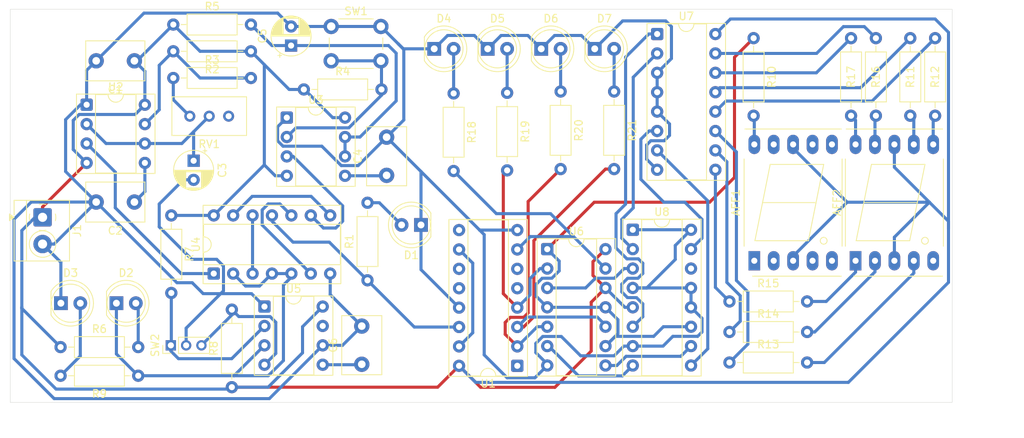
<source format=kicad_pcb>
(kicad_pcb (version 20241229) (generator "pcbnew") (generator_version "9.0")
  (layers (0 "F.Cu" signal) (2 "B.Cu" signal) (13 "F.Paste" user) (15 "B.Paste" user) (5 "F.SilkS" user "F.Silkscreen") (7 "B.SilkS" user "B.Silkscreen") (1 "F.Mask" user) (3 "B.Mask" user) (25 "Edge.Cuts" user))
  (net 0 "")
  (net 1 "GND")
  (net 2 "+5V")
  (net 4 "Net-(U2-CV)")
  (net 5 "Net-(U2-DIS)")
  (net 7 "Net-(D1-A)")
  (net 8 "Net-(D2-K)")
  (net 9 "Net-(D2-A)")
  (net 10 "Net-(D3-A)")
  (net 11 "CLK")
  (net 13 "Net-(R3-Pad1)")
  (net 15 "Net-(SW2-A)")
  (net 16 "Net-(SW2-C)")
  (net 18 "/Astable Timer/CLK")
  (net 20 "/Monostable Timer/CLK")
  (net 23 "Net-(AFF1-g)")
  (net 24 "Net-(AFF2-g)")
  (net 25 "Net-(AFF2-a)")
  (net 27 "Net-(AFF2-b)")
  (net 28 "Net-(AFF2-e)")
  (net 29 "Net-(AFF2-f)")
  (net 30 "/Display/Q2")
  (net 31 "Net-(AFF2-d)")
  (net 32 "Net-(AFF2-c)")
  (net 33 "Net-(U2-THR)")
  (net 34 "Net-(U3-CV)")
  (net 35 "Net-(U3-DIS)")
  (net 36 "Net-(U5-CV)")
  (net 37 "Net-(U3-TR)")
  (net 38 "Net-(U8-B1)")
  (net 39 "Net-(U7-a)")
  (net 40 "Net-(U7-b)")
  (net 41 "Net-(U7-c)")
  (net 42 "Net-(U7-d)")
  (net 43 "/Display/Q1")
  (net 44 "/Display/Q3")
  (net 45 "/Display/Q0")
  (net 46 "Net-(U7-e)")
  (net 47 "Net-(U7-f)")
  (net 48 "Net-(U7-g)")
  (net 51 "Net-(U1-Q4)")
  (net 56 "Net-(U4-Pad13)")
  (net 57 "Net-(U4-Pad12)")
  (net 58 "Net-(U4-Pad10)")
  (net 60 "Net-(U8-A1)")
  (net 61 "Net-(U8-A3)")
  (net 62 "Net-(U8-A2)")
  (net 63 "Net-(U7-A)")
  (net 64 "Net-(U7-C)")
  (net 65 "Net-(U7-B)")
  (net 66 "Net-(U7-D)")
  (net 68 "Net-(D4-A)")
  (net 69 "Net-(D5-A)")
  (net 70 "Net-(D6-A)")
  (net 71 "Net-(D7-A)")
  (footprint "Capacitor_THT:C_Disc_D7.5mm_W5.0mm_P5.00mm" (layer "F.Cu") (at 114.98 75.98 180)
    (property "Reference" "C1")
    (property "Value" "100 nF")
  )
  (footprint "Capacitor_THT:C_Disc_D7.5mm_W5.0mm_P5.00mm" (layer "F.Cu") (at 147.98 90.98 90)
    (property "Reference" "C4")
    (property "Value" "10 nF")
  )
  (footprint "LED_THT:LED_D5.0mm" (layer "F.Cu") (at 105.36 107.73)
    (property "Reference" "D3")
    (property "Value" "Blue")
  )
  (footprint "Resistor_THT:R_Axial_DIN0207_L6.3mm_D2.5mm_P10.16mm_Horizontal" (layer "F.Cu") (at 145.48 104.73 90)
    (property "Reference" "R1")
    (property "Value" "100 R" (hide yes))
  )
  (footprint "LED_THT:LED_D5.0mm" (layer "F.Cu") (at 112.625 107.73)
    (property "Reference" "D2")
    (property "Value" "Yellow")
  )
  (footprint "LED_THT:LED_D5.0mm" (layer "F.Cu") (at 175.21 74.406601)
    (property "Reference" "D7")
    (property "Value" "Red")
  )
  (footprint "Resistor_THT:R_Axial_DIN0207_L6.3mm_D2.5mm_P10.16mm_Horizontal" (layer "F.Cu") (at 216.5 73.01 -90)
    (property "Reference" "R11")
    (property "Value" "220 R")
  )
  (footprint "Resistor_THT:R_Axial_DIN0207_L6.3mm_D2.5mm_P10.16mm_Horizontal" (layer "F.Cu") (at 127.73 118.73 90)
    (property "Reference" "R8")
    (property "Value" "1 K")
  )
  (footprint "LED_THT:LED_D5.0mm" (layer "F.Cu") (at 152.48 97.48 180)
    (property "Reference" "D1")
    (property "Value" "Green")
  )
  (footprint "Resistor_THT:R_Axial_DIN0207_L6.3mm_D2.5mm_P10.16mm_Horizontal" (layer "F.Cu") (at 219.75 73.01 -90)
    (property "Reference" "R12")
    (property "Value" "220 R")
  )
  (footprint "Package_DIP:DIP-8_W7.62mm_Socket" (layer "F.Cu") (at 132 108.17)
    (property "Reference" "U5")
    (property "Value" "NE555P")
  )
  (footprint "Resistor_THT:R_Axial_DIN0207_L6.3mm_D2.5mm_P10.16mm_Horizontal" (layer "F.Cu") (at 196 73.01 -90)
    (property "Reference" "R10")
    (property "Value" "220 R")
  )
  (footprint "Display_7Segment:7SegmentLED_LTS6760_LTS6780" (layer "F.Cu") (at 209.34 102.17 90)
    (property "Reference" "AFF2")
    (property "Value" "LTS-6960HR")
  )
  (footprint "Capacitor_THT:C_Disc_D7.5mm_W5.0mm_P5.00mm" (layer "F.Cu") (at 144.73 115.73 90)
    (property "Reference" "C6")
    (property "Value" "10 nF" (hide yes))
  )
  (footprint "Potentiometer_THT:Potentiometer_Bourns_3296W_Vertical" (layer "F.Cu") (at 122.23 83.23 180)
    (property "Reference" "RV1")
    (property "Value" "100 K")
  )
  (footprint "Resistor_THT:R_Axial_DIN0207_L6.3mm_D2.5mm_P10.16mm_Horizontal" (layer "F.Cu") (at 120.07 71.23)
    (property "Reference" "R5")
    (property "Value" "1 M")
  )
  (footprint "Resistor_THT:R_Axial_DIN0207_L6.3mm_D2.5mm_P10.16mm_Horizontal" (layer "F.Cu") (at 130.23 74.73 180)
    (property "Reference" "R2")
    (property "Value" "1 K")
  )
  (footprint "Package_DIP:DIP-8_W7.62mm_Socket" (layer "F.Cu") (at 134.92 83.42)
    (property "Reference" "U3")
    (property "Value" "NE555P")
  )
  (footprint "Package_DIP:DIP-16_W7.62mm_Socket" (layer "F.Cu") (at 183.38 72.47)
    (property "Reference" "U7")
    (property "Value" "74LS47")
  )
  (footprint "Resistor_THT:R_Axial_DIN0207_L6.3mm_D2.5mm_P10.16mm_Horizontal" (layer "F.Cu") (at 119.81 96.23 -90)
    (property "Reference" "R7")
    (property "Value" "1 K")
  )
  (footprint "Resistor_THT:R_Axial_DIN0207_L6.3mm_D2.5mm_P10.16mm_Horizontal" (layer "F.Cu") (at 212 73.01 -90)
    (property "Reference" "R16")
    (property "Value" "220 R")
  )
  (footprint "Display_7Segment:7SegmentLED_LTS6760_LTS6780" (layer "F.Cu") (at 196.09 102.17 90)
    (property "Reference" "AFF1")
    (property "Value" "LTS-6960HR")
  )
  (footprint "Resistor_THT:R_Axial_DIN0207_L6.3mm_D2.5mm_P10.16mm_Horizontal" (layer "F.Cu") (at 192.84 111.5)
    (property "Reference" "R14")
    (property "Value" "220 R")
  )
  (footprint "Resistor_THT:R_Axial_DIN0207_L6.3mm_D2.5mm_P10.16mm_Horizontal" (layer "F.Cu") (at 163.75 80.17 -90)
    (property "Reference" "R19")
    (property "Value" "220 R")
  )
  (footprint "LED_THT:LED_D5.0mm" (layer "F.Cu") (at 168.21 74.406601)
    (property "Reference" "D6")
    (property "Value" "Red")
  )
  (footprint "Capacitor_THT:CP_Radial_D5.0mm_P2.50mm" (layer "F.Cu") (at 122.73 89.069774 -90)
    (property "Reference" "C3")
    (property "Value" "1 uF")
  )
  (footprint "Package_DIP:DIP-16_W7.62mm_Socket" (layer "F.Cu") (at 165.08 115.93 180)
    (property "Reference" "U1")
    (property "Value" "4017")
  )
  (footprint "Package_DIP:DIP-16_W7.62mm_Socket" (layer "F.Cu") (at 180.19 98.11)
    (property "Reference" "U8")
    (property "Value" "74LS83")
  )
  (footprint "Resistor_THT:R_Axial_DIN0207_L6.3mm_D2.5mm_P10.16mm_Horizontal" (layer "F.Cu") (at 137.15 79.73)
    (property "Reference" "R4")
    (property "Value" "1 K")
  )
  (footprint "Button_Switch_THT:SW_PUSH_6mm" (layer "F.Cu") (at 140.73 71.48)
    (property "Reference" "SW1")
    (property "Value" "Clock")
  )
  (footprint "TerminalBlock_4Ucon:TerminalBlock_4Ucon_1x02_P3.50mm_Horizontal" (layer "F.Cu") (at 102.9625 96.48 -90)
    (property "Reference" "J1")
    (property "Value" "Power")
  )
  (footprint "Resistor_THT:R_Axial_DIN0207_L6.3mm_D2.5mm_P10.16mm_Horizontal" (layer "F.Cu") (at 208.75 73.01 -90)
    (property "Reference" "R17")
    (property "Value" "220 R")
  )
  (footprint "Resistor_THT:R_Axial_DIN0207_L6.3mm_D2.5mm_P10.16mm_Horizontal" (layer "F.Cu") (at 120.07 78.23)
    (property "Reference" "R3")
    (property "Value" "1 K")
  )
  (footprint "Resistor_THT:R_Axial_DIN0207_L6.3mm_D2.5mm_P10.16mm_Horizontal" (layer "F.Cu") (at 177.75 80 -90)
    (property "Reference" "R21")
    (property "Value" "220 R")
  )
  (footprint "Resistor_THT:R_Axial_DIN0207_L6.3mm_D2.5mm_P10.16mm_Horizontal" (layer "F.Cu") (at 192.84 107.5)
    (property "Reference" "R15")
    (property "Value" "220 R")
  )
  (footprint "LED_THT:LED_D5.0mm" (layer "F.Cu") (at 161.21 74.406601)
    (property "Reference" "D5")
    (property "Value" "Red")
  )
  (footprint "Resistor_THT:R_Axial_DIN0207_L6.3mm_D2.5mm_P10.16mm_Horizontal" (layer "F.Cu") (at 115.48 117.23 180)
    (property "Reference" "R9")
    (property "Value" "10 R")
  )
  (footprint "LED_THT:LED_D5.0mm" (layer "F.Cu") (at 154.21 74.406601)
    (property "Reference" "D4")
    (property "Value" "Red")
  )
  (footprint "Capacitor_THT:CP_Radial_D5.0mm_P2.50mm" (layer "F.Cu") (at 135.48 73.98 90)
    (property "Reference" "C5")
    (property "Value" "100 nF")
  )
  (footprint "Package_DIP:DIP-14_W7.62mm_Socket" (layer "F.Cu") (at 169 100.65)
    (property "Reference" "U6")
    (property "Value" "74HC86")
  )
  (footprint "Resistor_THT:R_Axial_DIN0207_L6.3mm_D2.5mm_P10.16mm_Horizontal" (layer "F.Cu") (at 105.32 113.48)
    (property "Reference" "R6")
    (property "Value" "220 R")
  )
  (footprint "Connector_PinHeader_2.00mm:PinHeader_1x03_P2.00mm_Vertical" (layer "F.Cu") (at 119.75 113.25 90)
    (property "Reference" "SW2")
    (property "Value" "TIM_MODSEL")
  )
  (footprint "Package_DIP:DIP-8_W7.62mm_Socket" (layer "F.Cu") (at 108.73 81.73)
    (property "Reference" "U2")
    (property "Value" "NE555P")
  )
  (footprint "Resistor_THT:R_Axial_DIN0207_L6.3mm_D2.5mm_P10.16mm_Horizontal" (layer "F.Cu") (at 192.84 115.5)
    (property "Reference" "R13")
    (property "Value" "220 R")
  )
  (footprint "Capacitor_THT:C_Disc_D7.5mm_W5.0mm_P5.00mm" (layer "F.Cu") (at 114.98 94.48 180)
    (property "Reference" "C2")
    (property "Value" "10 nF")
  )
  (footprint "Resistor_THT:R_Axial_DIN0207_L6.3mm_D2.5mm_P10.16mm_Horizontal" (layer "F.Cu") (at 156.75 80.25 -90)
    (property "Reference" "R18")
    (property "Value" "220 R")
  )
  (footprint "Resistor_THT:R_Axial_DIN0207_L6.3mm_D2.5mm_P10.16mm_Horizontal" (layer "F.Cu") (at 170.75 80 -90)
    (property "Reference" "R20")
    (property "Value" "220 R")
  )
  (footprint "Package_DIP:DIP-14_W7.62mm_Socket" (layer "F.Cu") (at 125.36 103.85 90)
    (property "Reference" "U4")
    (property "Value" "74HC00")
  )
  (gr_rect (start 98.73 69.23) (end 221.98 120.73) (stroke (width 0.05)) (fill no) (layer "Edge.Cuts"))
  (segment (start 162.96 72.656601) (end 161.21 74.406601) (width 0.4) (layer "B.Cu") (net 1))
  (segment (start 183.38 80.09) (end 183.38 77.55) (width 0.4) (layer "B.Cu") (net 1))
  (segment (start 178.866601 70.75) (end 184.5 70.75) (width 0.4) (layer "B.Cu") (net 1))
  (segment (start 187.81 105.73) (end 187.81 108.27) (width 0.4) (layer "B.Cu") (net 1))
  (segment (start 175.21 74.406601) (end 178.866601 70.75) (width 0.4) (layer "B.Cu") (net 1))
  (segment (start 107.93 81.73) (end 108.73 81.73) (width 0.4) (layer "B.Cu") (net 1))
  (segment (start 152.48 90.48) (end 147.98 85.98) (width 0.4) (layer "B.Cu") (net 1))
  (segment (start 104.48 99.98) (end 109.98 94.48) (width 0.4) (layer "B.Cu") (net 1))
  (segment (start 183.38 82.63) (end 183.38 80.09) (width 0.4) (layer "B.Cu") (net 1))
  (segment (start 105.98 83.68) (end 107.93 81.73) (width 0.4) (layer "B.Cu") (net 1))
  (segment (start 118.23 97.73) (end 122.48 101.98) (width 0.4) (layer "B.Cu") (net 1))
  (segment (start 139.502529 87.161) (end 142.042529 89.701) (width 0.4) (layer "B.Cu") (net 1))
  (segment (start 166.46 72.656601) (end 162.96 72.656601) (width 0.4) (layer "B.Cu") (net 1))
  (segment (start 150.23 83.73) (end 150.23 74.48) (width 0.4) (layer "B.Cu") (net 1))
  (segment (start 152.48 97.48) (end 152.48 90.48) (width 0.4) (layer "B.Cu") (net 1))
  (segment (start 108.73 77.23) (end 109.98 75.98) (width 0.4) (layer "B.Cu") (net 1))
  (segment (start 130.31 106.48) (end 126.267894 106.48) (width 0.4) (layer "B.Cu") (net 1))
  (segment (start 135.48 71.48) (end 133.73 69.73) (width 0.4) (layer "B.Cu") (net 1))
  (segment (start 169 115.89) (end 167.39 117.5) (width 0.4) (layer "B.Cu") (net 1))
  (segment (start 122.48 101.98) (end 125.74879 101.98) (width 0.4) (layer "B.Cu") (net 1))
  (segment (start 121.75 113.25) (end 121.75 110.997894) (width 0.4) (layer "B.Cu") (net 1))
  (segment (start 180.19 105.73) (end 187.81 105.73) (width 0.4) (layer "B.Cu") (net 1))
  (segment (start 125.74879 101.98) (end 126.635363 102.866573) (width 0.4) (layer "B.Cu") (net 1))
  (segment (start 132 108.17) (end 130.31 106.48) (width 0.4) (layer "B.Cu") (net 1))
  (segment (start 140.6 106.6) (end 140.6 103.85) (width 0.4) (layer "B.Cu") (net 1))
  (segment (start 173.46 72.656601) (end 169.96 72.656601) (width 0.4) (layer "B.Cu") (net 1))
  (segment (start 147.98 85.98) (end 150.23 83.73) (width 0.4) (layer "B.Cu") (net 1))
  (segment (start 139.62 113.25) (end 132.64 120.23) (width 0.4) (layer "B.Cu") (net 1))
  (segment (start 168.412882 112.087118) (end 170.837118 112.087118) (width 0.4) (layer "B.Cu") (net 1))
  (segment (start 167.39 117.5) (end 163.75 117.5) (width 0.4) (layer "B.Cu") (net 1))
  (segment (start 152.48 103.33) (end 152.48 97.48) (width 0.4) (layer "B.Cu") (net 1))
  (segment (start 105.36 102.3775) (end 102.9625 99.98) (width 0.4) (layer "B.Cu") (net 1))
  (segment (start 154.21 74.406601) (end 150.156601 74.406601) (width 0.4) (layer "B.Cu") (net 1))
  (segment (start 173.367374 114.617374) (end 177.755862 114.617374) (width 0.4) (layer "B.Cu") (net 1))
  (segment (start 102.9625 99.98) (end 104.48 99.98) (width 0.4) (layer "B.Cu") (net 1))
  (segment (start 185 84.25) (end 185 85.75) (width 0.4) (layer "B.Cu") (net 1))
  (segment (start 155.96 72.656601) (end 154.21 74.406601) (width 0.4) (layer "B.Cu") (net 1))
  (segment (start 160.15 98.15) (end 152.48 90.48) (width 0.4) (layer "B.Cu") (net 1))
  (segment (start 144.73 110.73) (end 140.6 106.6) (width 0.4) (layer "B.Cu") (net 1))
  (segment (start 132.64 120.23) (end 104.48 120.23) (width 0.4) (layer "B.Cu") (net 1))
  (segment (start 134.422529 87.161) (end 139.502529 87.161) (width 0.4) (layer "B.Cu") (net 1))
  (segment (start 123.98 106.48) (end 122.551 105.051) (width 0.4) (layer "B.Cu") (net 1))
  (segment (start 185.75 100.17) (end 187.81 98.11) (width 0.4) (layer "B.Cu") (net 1))
  (segment (start 189.25 109.71) (end 189.25 111.5) (width 0.4) (layer "B.Cu") (net 1))
  (segment (start 169 115.89) (end 169 115.7) (width 0.4) (layer "B.Cu") (net 1))
  (segment (start 184.302161 86.447839) (end 182.552161 86.447839) (width 0.4) (layer "B.Cu") (net 1))
  (segment (start 142.21 113.25) (end 139.62 113.25) (width 0.4) (layer "B.Cu") (net 1))
  (segment (start 99.23 96.73) (end 101.48 94.48) (width 0.4) (layer "B.Cu") (net 1))
  (segment (start 133.719 86.457471) (end 134.422529 87.161) (width 0.4) (layer "B.Cu") (net 1))
  (segment (start 185.25 71.5) (end 185.25 75.68) (width 0.4) (layer "B.Cu") (net 1))
  (segment (start 121.75 110.997894) (end 126.267894 106.48) (width 0.4) (layer "B.Cu") (net 1))
  (segment (start 175.21 74.406601) (end 173.46 72.656601) (width 0.4) (layer "B.Cu") (net 1))
  (segment (start 133.719 84.621) (end 133.719 86.457471) (width 0.4) (layer "B.Cu") (net 1))
  (segment (start 183.38 82.63) (end 185 84.25) (width 0.4) (layer "B.Cu") (net 1))
  (segment (start 182 87) (end 182 88.87) (width 0.4) (layer "B.Cu") (net 1))
  (segment (start 160.75 114.5) (end 160.75 98.75) (width 0.4) (layer "B.Cu") (net 1))
  (segment (start 147.23 71.48) (end 140.73 71.48) (width 0.4) (layer "B.Cu") (net 1))
  (segment (start 144.73 110.73) (end 142.21 113.25) (width 0.4) (layer "B.Cu") (net 1))
  (segment (start 120.551 105.051) (end 109.98 94.48) (width 0.4) (layer "B.Cu") (net 1))
  (segment (start 116.23 69.73) (end 109.98 75.98) (width 0.4) (layer "B.Cu") (net 1))
  (segment (start 133.73 69.73) (end 116.23 69.73) (width 0.4) (layer "B.Cu") (net 1))
  (segment (start 122.551 105.051) (end 120.551 105.051) (width 0.4) (layer "B.Cu") (net 1))
  (segment (start 157.46 108.31) (end 152.48 103.33) (width 0.4) (layer "B.Cu") (net 1))
  (segment (start 182.552161 86.447839) (end 182 87) (width 0.4) (layer "B.Cu") (net 1))
  (segment (start 101.48 94.48) (end 109.98 94.48) (width 0.4) (layer "B.Cu") (net 1))
  (segment (start 177.755862 114.617374) (end 179.023236 113.35) (width 0.4) (layer "B.Cu") (net 1))
  (segment (start 180.19 98.11) (end 187.81 98.11) (width 0.4) (layer "B.Cu") (net 1))
  (segment (start 184.15 113.35) (end 180.19 113.35) (width 0.4) (layer "B.Cu") (net 1))
  (segment (start 185.25 75.68) (end 183.38 77.55) (width 0.4) (layer "B.Cu") (net 1))
  (segment (start 165.08 98.15) (end 160.15 98.15) (width 0.4) (layer "B.Cu") (net 1))
  (segment (start 167.5 114.2) (end 167.5 113) (width 0.4) (layer "B.Cu") (net 1))
  (segment (start 180.19 105.73) (end 182.02 105.73) (width 0.4) (layer "B.Cu") (net 1))
  (segment (start 109.98 94.48) (end 105.98 90.48) (width 0.4) (layer "B.Cu") (net 1))
  (segment (start 188.678441 112.071559) (end 185.428441 112.071559) (width 0.4) (layer "B.Cu") (net 1))
  (segment (start 126.635363 102.866573) (end 126.635363 106.112531) (width 0.4) (layer "B.Cu") (net 1))
  (segment (start 134.92 83.42) (end 133.719 84.621) (width 0.4) (layer "B.Cu") (net 1))
  (segment (start 122.73 91.569774) (end 121.390226 91.569774) (width 0.4) (layer "B.Cu") (net 1))
  (segment (start 185.75 102) (end 185.75 100.17) (width 0.4) (layer "B.Cu") (net 1))
  (segment (start 140.73 71.48) (end 135.48 71.48) (width 0.4) (layer "B.Cu") (net 1))
  (segment (start 108.73 81.73) (end 108.73 77.23) (width 0.4) (layer "B.Cu") (net 1))
  (segment (start 182.02 105.73) (end 185.75 102) (width 0.4) (layer "B.Cu") (net 1))
  (segment (start 99.23 114.98) (end 99.23 96.73) (width 0.4) (layer "B.Cu") (net 1))
  (segment (start 160.75 98.75) (end 160.15 98.15) (width 0.4) (layer "B.Cu") (net 1))
  (segment (start 168.21 74.406601) (end 166.46 72.656601) (width 0.4) (layer "B.Cu") (net 1))
  (segment (start 185.428441 112.071559) (end 184.15 113.35) (width 0.4) (layer "B.Cu") (net 1))
  (segment (start 126.267894 106.48) (end 123.98 106.48) (width 0.4) (layer "B.Cu") (net 1))
  (segment (start 150.23 74.48) (end 149.5 73.75) (width 0.4) (layer "B.Cu") (net 1))
  (segment (start 184.5 70.75) (end 185.25 71.5) (width 0.4) (layer "B.Cu") (net 1))
  (segment (start 105.36 107.73) (end 105.36 102.3775) (width 0.4) (layer "B.Cu") (net 1))
  (segment (start 159.46 72.656601) (end 155.96 72.656601) (width 0.4) (layer "B.Cu") (net 1))
  (segment (start 185 85.75) (end 184.302161 86.447839) (width 0.4) (layer "B.Cu") (net 1))
  (segment (start 150.156601 74.406601) (end 149.5 73.75) (width 0.4) (layer "B.Cu") (net 1))
  (segment (start 118.23 94.73) (end 118.23 97.73) (width 0.4) (layer "B.Cu") (net 1))
  (segment (start 149.5 73.75) (end 147.23 71.48) (width 0.4) (layer "B.Cu") (net 1))
  (segment (start 163.75 117.5) (end 160.75 114.5) (width 0.4) (layer "B.Cu") (net 1))
  (segment (start 105.98 90.48) (end 105.98 83.68) (width 0.4) (layer "B.Cu") (net 1))
  (segment (start 182 88.87) (end 183.38 90.25) (width 0.4) (layer "B.Cu") (net 1))
  (segment (start 167.5 113) (end 168.412882 112.087118) (width 0.4) (layer "B.Cu") (net 1))
  (segment (start 142.042529 89.701) (end 144.259 89.701) (width 0.4) (layer "B.Cu") (net 1))
  (segment (start 170.837118 112.087118) (end 173.367374 114.617374) (width 0.4) (layer "B.Cu") (net 1))
  (segment (start 104.48 120.23) (end 99.23 114.98) (width 0.4) (layer "B.Cu") (net 1))
  (segment (start 179.023236 113.35) (end 180.19 113.35) (width 0.4) (layer "B.Cu") (net 1))
  (segment (start 169.96 72.656601) (end 168.21 74.406601) (width 0.4) (layer "B.Cu") (net 1))
  (segment (start 121.390226 91.569774) (end 118.23 94.73) (width 0.4) (layer "B.Cu") (net 1))
  (segment (start 187.81 108.27) (end 189.25 109.71) (width 0.4) (layer "B.Cu") (net 1))
  (segment (start 161.21 74.406601) (end 159.46 72.656601) (width 0.4) (layer "B.Cu") (net 1))
  (segment (start 144.259 89.701) (end 147.98 85.98) (width 0.4) (layer "B.Cu") (net 1))
  (segment (start 126.635363 106.112531) (end 126.267894 106.48) (width 0.4) (layer "B.Cu") (net 1))
  (segment (start 169 115.7) (end 167.5 114.2) (width 0.4) (layer "B.Cu") (net 1))
  (segment (start 189.25 111.5) (end 188.678441 112.071559) (width 0.4) (layer "B.Cu") (net 1))
  (segment (start 154.66 118.73) (end 127.73 118.73) (width 0.4) (layer "F.Cu") (net 2))
  (segment (start 174.98 102.29) (end 176.62 100.65) (width 0.4) (layer "F.Cu") (net 2))
  (segment (start 176.62 105.73) (end 174.75 107.6) (width 0.4) (layer "F.Cu") (net 2))
  (segment (start 174.98 104.09) (end 174.98 102.29) (width 0.4) (layer "F.Cu") (net 2))
  (segment (start 170 118.75) (end 160.28 118.75) (width 0.4) (layer "F.Cu") (net 2))
  (segment (start 160.28 118.75) (end 157.46 115.93) (width 0.4) (layer "F.Cu") (net 2))
  (segment (start 102.9625 96.48) (end 102.9625 95.1175) (width 0.4) (layer "F.Cu") (net 2))
  (segment (start 157.46 115.93) (end 154.66 118.73) (width 0.4) (layer "F.Cu") (net 2))
  (segment (start 102.9625 95.1175) (end 108.73 89.35) (width 0.4) (layer "F.Cu") (net 2))
  (segment (start 174.75 114) (end 170 118.75) (width 0.4) (layer "F.Cu") (net 2))
  (segment (start 174.75 107.6) (end 174.75 114) (width 0.4) (layer "F.Cu") (net 2))
  (segment (start 176.62 105.73) (end 174.98 104.09) (width 0.4) (layer "F.Cu") (net 2))
  (segment (start 137.15 79.73) (end 137.23 79.73) (width 0.4) (layer "B.Cu") (net 2))
  (segment (start 201.17 101.57) (end 208.24 94.5) (width 0.4) (layer "B.Cu") (net 2))
  (segment (start 221.5 98) (end 221.5 97) (width 0.4) (layer "B.Cu") (net 2))
  (segment (start 132.48 118.73) (end 136.98 114.23) (width 0.4) (layer "B.Cu") (net 2))
  (segment (start 133.41 91.04) (end 131.98 89.61) (width 0.4) (layer "B.Cu") (net 2))
  (segment (start 125.36 96.23) (end 131.98 89.61) (width 0.4) (layer "B.Cu") (net 2))
  (segment (start 135.23 79.73) (end 131.98 76.48) (width 0.4) (layer "B.Cu") (net 2))
  (segment (start 120.07 71.23) (end 115.32 75.98) (width 0.4) (layer "B.Cu") (net 2))
  (segment (start 116.35 77.35) (end 114.98 75.98) (width 0.4) (layer "B.Cu") (net 2))
  (segment (start 100.25 114.5) (end 100.25 108.25) (width 0.4) (layer "B.Cu") (net 2))
  (segment (start 221.5 72.25) (end 219.75 70.5) (width 0.4) (layer "B.Cu") (net 2))
  (segment (start 100.25 108.25) (end 100.25 98.21) (width 0.4) (layer "B.Cu") (net 2))
  (segment (start 106.98 87.6) (end 106.98 83.775765) (width 0.4) (layer "B.Cu") (net 2))
  (segment (start 100.25 98.21) (end 101.98 96.48) (width 0.4) (layer "B.Cu") (net 2))
  (segment (start 208.24 94.5) (end 201.17 87.43) (width 0.4) (layer "B.Cu") (net 2))
  (segment (start 130.23 74.73) (end 123.57 74.73) (width 0.4) (layer "B.Cu") (net 2))
  (segment (start 123.57 74.73) (end 120.07 71.23) (width 0.4) (layer "B.Cu") (net 2))
  (segment (start 159.631 118.101) (end 208.399 118.101) (width 0.4) (layer "B.Cu") (net 2))
  (segment (start 214.42 89.92) (end 219 94.5) (width 0.4) (layer "B.Cu") (net 2))
  (segment (start 214.42 102.17) (end 214.42 99.08) (width 0.4) (layer "B.Cu") (net 2))
  (segment (start 140.92 83.42) (end 142.54 83.42) (width 0.4) (layer "B.Cu") (net 2))
  (segment (start 127.73 118.73) (end 132.48 118.73) (width 0.4) (layer "B.Cu") (net 2))
  (segment (start 131.98 76.48) (end 130.23 74.73) (width 0.4) (layer "B.Cu") (net 2))
  (segment (start 214.42 86.93) (end 214.42 89.92) (width 0.4) (layer "B.Cu") (net 2))
  (segment (start 179.16 108.27) (end 176.62 105.73) (width 0.4) (layer "B.Cu") (net 2))
  (segment (start 108.73 89.35) (end 106.98 87.6) (width 0.4) (layer "B.Cu") (net 2))
  (segment (start 127.48 118.98) (end 104.73 118.98) (width 0.4) (layer "B.Cu") (net 2))
  (segment (start 137.15 79.73) (end 135.23 79.73) (width 0.4) (layer "B.Cu") (net 2))
  (segment (start 115.32 75.98) (end 114.98 75.98) (width 0.4) (layer "B.Cu") (net 2))
  (segment (start 127.73 118.73) (end 127.48 118.98) (width 0.4) (layer "B.Cu") (net 2))
  (segment (start 221.5 97) (end 219 94.5) (width 0.4) (layer "B.Cu") (net 2))
  (segment (start 136.98 110.81) (end 139.62 108.17) (width 0.4) (layer "B.Cu") (net 2))
  (segment (start 115.073 83.007) (end 116.35 81.73) (width 0.4) (layer "B.Cu") (net 2))
  (segment (start 221.5 105) (end 221.5 98) (width 0.4) (layer "B.Cu") (net 2))
  (segment (start 119.81 96.23) (end 125.36 96.23) (width 0.4) (layer "B.Cu") (net 2))
  (segment (start 101.98 96.48) (end 102.9625 96.48) (width 0.4) (layer "B.Cu") (net 2))
  (segment (start 106.98 83.775765) (end 107.748765 83.007) (width 0.4) (layer "B.Cu") (net 2))
  (segment (start 201.17 102.17) (end 201.17 101.57) (width 0.4) (layer "B.Cu") (net 2))
  (segment (start 157.46 115.93) (end 159.631 118.101) (width 0.4) (layer "B.Cu") (net 2))
  (segment (start 219.75 70.5) (end 192.97 70.5) (width 0.4) (layer "B.Cu") (net 2))
  (segment (start 105.32 113.48) (end 100.25 108.41) (width 0.4) (layer "B.Cu") (net 2))
  (segment (start 107.748765 83.007) (end 115.073 83.007) (width 0.4) (layer "B.Cu") (net 2))
  (segment (start 100.25 108.41) (end 100.25 108.25) (width 0.4) (layer "B.Cu") (net 2))
  (segment (start 180.19 108.27) (end 179.16 108.27) (width 0.4) (layer "B.Cu") (net 2))
  (segment (start 136.98 114.23) (end 136.98 110.81) (width 0.4) (layer "B.Cu") (net 2))
  (segment (start 192.97 70.5) (end 191 72.47) (width 0.4) (layer "B.Cu") (net 2))
  (segment (start 137.23 79.73) (end 140.92 83.42) (width 0.4) (layer "B.Cu") (net 2))
  (segment (start 104.73 118.98) (end 100.25 114.5) (width 0.4) (layer "B.Cu") (net 2))
  (segment (start 214.42 99.08) (end 219 94.5) (width 0.4) (layer "B.Cu") (net 2))
  (segment (start 116.35 81.73) (end 116.35 77.35) (width 0.4) (layer "B.Cu") (net 2))
  (segment (start 219 94.5) (end 208.24 94.5) (width 0.4) (layer "B.Cu") (net 2))
  (segment (start 131.98 89.61) (end 131.98 76.48) (width 0.4) (layer "B.Cu") (net 2))
  (segment (start 134.92 91.04) (end 133.41 91.04) (width 0.4) (layer "B.Cu") (net 2))
  (segment (start 201.17 87.43) (end 201.17 86.93) (width 0.4) (layer "B.Cu") (net 2))
  (segment (start 208.399 118.101) (end 221.5 105) (width 0.4) (layer "B.Cu") (net 2))
  (segment (start 221.5 98) (end 221.5 72.25) (width 0.4) (layer "B.Cu") (net 2))
  (segment (start 116.35 93.11) (end 116.35 89.35) (width 0.4) (layer "B.Cu") (net 4))
  (segment (start 114.98 94.48) (end 116.35 93.11) (width 0.4) (layer "B.Cu") (net 4))
  (segment (start 120.07 74.73) (end 123.57 78.23) (width 0.4) (layer "B.Cu") (net 5))
  (segment (start 120.07 74.73) (end 118.23 76.57) (width 0.4) (layer "B.Cu") (net 5))
  (segment (start 123.57 78.23) (end 130.23 78.23) (width 0.4) (layer "B.Cu") (net 5))
  (segment (start 118.23 82.39) (end 116.35 84.27) (width 0.4) (layer "B.Cu") (net 5))
  (segment (start 118.23 76.57) (end 118.23 82.39) (width 0.4) (layer "B.Cu") (net 5))
  (segment (start 147.03 94.57) (end 149.94 97.48) (width 0.4) (layer "B.Cu") (net 7))
  (segment (start 145.48 94.57) (end 147.03 94.57) (width 0.4) (layer "B.Cu") (net 7))
  (segment (start 132.98 103.85) (end 131.35 105.48) (width 0.4) (layer "B.Cu") (net 8))
  (segment (start 112.625 114.375) (end 112.625 107.73) (width 0.4) (layer "B.Cu") (net 8))
  (segment (start 132 113.25) (end 130.799 114.451) (width 0.4) (layer "B.Cu") (net 8))
  (segment (start 132.494236 117.23) (end 134.48 115.244236) (width 0.4) (layer "B.Cu") (net 8))
  (segment (start 134.48 105.35) (end 135.52 104.31) (width 0.4) (layer "B.Cu") (net 8))
  (segment (start 128.02 117.23) (end 132.494236 117.23) (width 0.4) (layer "B.Cu") (net 8))
  (segment (start 115.48 117.23) (end 128.02 117.23) (width 0.4) (layer "B.Cu") (net 8))
  (segment (start 131.35 105.48) (end 129.53 105.48) (width 0.4) (layer "B.Cu") (net 8))
  (segment (start 135.52 104.31) (end 135.52 103.85) (width 0.4) (layer "B.Cu") (net 8))
  (segment (start 129.53 105.48) (end 127.9 103.85) (width 0.4) (layer "B.Cu") (net 8))
  (segment (start 132.98 103.85) (end 135.52 103.85) (width 0.4) (layer "B.Cu") (net 8))
  (segment (start 134.48 115.244236) (end 134.48 105.35) (width 0.4) (layer "B.Cu") (net 8))
  (segment (start 115.48 117.23) (end 112.625 114.375) (width 0.4) (layer "B.Cu") (net 8))
  (segment (start 128.02 117.23) (end 130.799 114.451) (width 0.4) (layer "B.Cu") (net 8))
  (segment (start 115.48 113.48) (end 115.48 108.045) (width 0.4) (layer "B.Cu") (net 9))
  (segment (start 115.48 108.045) (end 115.165 107.73) (width 0.4) (layer "B.Cu") (net 9))
  (segment (start 107.9 114.65) (end 105.32 117.23) (width 0.4) (layer "B.Cu") (net 10))
  (segment (start 107.9 107.73) (end 107.9 114.65) (width 0.4) (layer "B.Cu") (net 10))
  (segment (start 140.48 99.73) (end 145.48 104.73) (width 0.4) (layer "B.Cu") (net 11))
  (segment (start 132.98 96.98) (end 135.73 99.73) (width 0.4) (layer "B.Cu") (net 11))
  (segment (start 151.6 110.85) (end 145.48 104.73) (width 0.4) (layer "B.Cu") (net 11))
  (segment (start 135.73 99.73) (end 140.48 99.73) (width 0.4) (layer "B.Cu") (net 11))
  (segment (start 157.46 110.85) (end 151.6 110.85) (width 0.4) (layer "B.Cu") (net 11))
  (segment (start 132.98 96.23) (end 132.98 96.98) (width 0.4) (layer "B.Cu") (net 11))
  (segment (start 120.07 78.23) (end 120.07 81.07) (width 0.4) (layer "B.Cu") (net 13))
  (segment (start 120.07 81.07) (end 122.23 83.23) (width 0.4) (layer "B.Cu") (net 13))
  (segment (start 132 110.71) (end 127.71 115) (width 0.4) (layer "B.Cu") (net 15))
  (segment (start 119.81 106.39) (end 119.81 113.19) (width 0.4) (layer "B.Cu") (net 15))
  (segment (start 119.81 113.19) (end 119.75 113.25) (width 0.4) (layer "B.Cu") (net 15))
  (segment (start 127.71 115) (end 120.75 115) (width 0.4) (layer "B.Cu") (net 15))
  (segment (start 120.75 115) (end 119.75 114) (width 0.4) (layer "B.Cu") (net 15))
  (segment (start 119.75 114) (end 119.75 113.25) (width 0.4) (layer "B.Cu") (net 15))
  (segment (start 127.73 109.27) (end 127.73 108.57) (width 0.4) (layer "B.Cu") (net 16))
  (segment (start 127.73 108.57) (end 128.64 109.48) (width 0.4) (layer "B.Cu") (net 16))
  (segment (start 132.73 109.48) (end 133.48 110.23) (width 0.4) (layer "B.Cu") (net 16))
  (segment (start 133.48 114.31) (end 132 115.79) (width 0.4) (layer "B.Cu") (net 16))
  (segment (start 128.64 109.48) (end 132.73 109.48) (width 0.4) (layer "B.Cu") (net 16))
  (segment (start 123.75 113.25) (end 127.73 109.27) (width 0.4) (layer "B.Cu") (net 16))
  (segment (start 133.48 110.23) (end 133.48 114.31) (width 0.4) (layer "B.Cu") (net 16))
  (segment (start 112.48 95.23) (end 112.48 90.56) (width 0.4) (layer "B.Cu") (net 18))
  (segment (start 121.1 103.85) (end 112.48 95.23) (width 0.4) (layer "B.Cu") (net 18))
  (segment (start 125.36 103.85) (end 121.1 103.85) (width 0.4) (layer "B.Cu") (net 18))
  (segment (start 112.48 90.56) (end 108.73 86.81) (width 0.4) (layer "B.Cu") (net 18))
  (segment (start 142.23 94.98) (end 135.75 88.5) (width 0.4) (layer "B.Cu") (net 20))
  (segment (start 135.75 88.5) (end 134.92 88.5) (width 0.4) (layer "B.Cu") (net 20))
  (segment (start 142.23 96.98) (end 142.23 94.98) (width 0.4) (layer "B.Cu") (net 20))
  (segment (start 139.709 97.879) (end 141.331 97.879) (width 0.4) (layer "B.Cu") (net 20))
  (segment (start 138.06 96.23) (end 139.709 97.879) (width 0.4) (layer "B.Cu") (net 20))
  (segment (start 141.331 97.879) (end 142.23 96.98) (width 0.4) (layer "B.Cu") (net 20))
  (segment (start 196.09 83.26) (end 196 83.17) (width 0.4) (layer "B.Cu") (net 23))
  (segment (start 196.09 86.93) (end 196.09 83.26) (width 0.4) (layer "B.Cu") (net 23))
  (segment (start 209.34 83.76) (end 208.75 83.17) (width 0.4) (layer "B.Cu") (net 24))
  (segment (start 209.34 86.93) (end 209.34 83.76) (width 0.4) (layer "B.Cu") (net 24))
  (segment (start 216.96 86.93) (end 216.96 83.63) (width 0.4) (layer "B.Cu") (net 25))
  (segment (start 216.96 83.63) (end 216.5 83.17) (width 0.4) (layer "B.Cu") (net 25))
  (segment (start 219.5 86.93) (end 219.5 83.42) (width 0.4) (layer "B.Cu") (net 27))
  (segment (start 219.5 83.42) (end 219.75 83.17) (width 0.4) (layer "B.Cu") (net 27))
  (segment (start 205.5 107.5) (end 209.34 103.66) (width 0.4) (layer "B.Cu") (net 28))
  (segment (start 209.34 103.66) (end 209.34 102.17) (width 0.4) (layer "B.Cu") (net 28))
  (segment (start 203 107.5) (end 205.5 107.5) (width 0.4) (layer "B.Cu") (net 28))
  (segment (start 211.88 86.93) (end 211.88 83.29) (width 0.4) (layer "B.Cu") (net 29))
  (segment (start 211.88 83.29) (end 212 83.17) (width 0.4) (layer "B.Cu") (net 29))
  (segment (start 163.25 106.48) (end 163.25 90.83) (width 0.4) (layer "F.Cu") (net 30))
  (segment (start 165.08 108.31) (end 163.25 106.48) (width 0.4) (layer "F.Cu") (net 30))
  (segment (start 163.25 90.83) (end 163.75 90.33) (width 0.4) (layer "F.Cu") (net 30))
  (segment (start 168.06 103.19) (end 169 103.19) (width 0.4) (layer "B.Cu") (net 30))
  (segment (start 166.75 104.5) (end 168.06 103.19) (width 0.4) (layer "B.Cu") (net 30))
  (segment (start 166.75 106.64) (end 166.75 104.5) (width 0.4) (layer "B.Cu") (net 30))
  (segment (start 165.08 108.31) (end 166.75 106.64) (width 0.4) (layer "B.Cu") (net 30))
  (segment (start 211.88 103.62) (end 211.88 102.17) (width 0.4) (layer "B.Cu") (net 31))
  (segment (start 204 111.5) (end 211.88 103.62) (width 0.4) (layer "B.Cu") (net 31))
  (segment (start 203 111.5) (end 204 111.5) (width 0.4) (layer "B.Cu") (net 31))
  (segment (start 205.25 115.5) (end 216.96 103.79) (width 0.4) (layer "B.Cu") (net 32))
  (segment (start 216.96 103.79) (end 216.96 102.17) (width 0.4) (layer "B.Cu") (net 32))
  (segment (start 203 115.5) (end 205.25 115.5) (width 0.4) (layer "B.Cu") (net 32))
  (segment (start 122.73 89.069774) (end 122.73 85.27) (width 0.4) (layer "B.Cu") (net 33))
  (segment (start 121.19 86.81) (end 122.73 85.27) (width 0.4) (layer "B.Cu") (net 33))
  (segment (start 111.27 86.81) (end 116.35 86.81) (width 0.4) (layer "B.Cu") (net 33))
  (segment (start 108.73 84.27) (end 111.27 86.81) (width 0.4) (layer "B.Cu") (net 33))
  (segment (start 122.73 85.27) (end 124.77 83.23) (width 0.4) (layer "B.Cu") (net 33))
  (segment (start 116.35 86.81) (end 121.19 86.81) (width 0.4) (layer "B.Cu") (net 33))
  (segment (start 142.54 91.04) (end 147.92 91.04) (width 0.4) (layer "B.Cu") (net 34))
  (segment (start 147.92 91.04) (end 147.98 90.98) (width 0.4) (layer "B.Cu") (net 34))
  (segment (start 142.54 85.96) (end 142.54 88.5) (width 0.4) (layer "B.Cu") (net 35))
  (segment (start 148.23 73.98) (end 135.48 73.98) (width 0.4) (layer "B.Cu") (net 35))
  (segment (start 144.5 85.96) (end 149.23 81.23) (width 0.4) (layer "B.Cu") (net 35))
  (segment (start 132.98 73.98) (end 135.48 73.98) (width 0.4) (layer "B.Cu") (net 35))
  (segment (start 142.54 85.96) (end 144.5 85.96) (width 0.4) (layer "B.Cu") (net 35))
  (segment (start 130.23 71.23) (end 132.98 73.98) (width 0.4) (layer "B.Cu") (net 35))
  (segment (start 149.23 74.98) (end 148.23 73.98) (width 0.4) (layer "B.Cu") (net 35))
  (segment (start 149.23 81.23) (end 149.23 74.98) (width 0.4) (layer "B.Cu") (net 35))
  (segment (start 139.62 115.79) (end 144.67 115.79) (width 0.4) (layer "B.Cu") (net 36))
  (segment (start 144.67 115.79) (end 144.73 115.73) (width 0.4) (layer "B.Cu") (net 36))
  (segment (start 147.23 75.98) (end 140.73 75.98) (width 0.4) (layer "B.Cu") (net 37))
  (segment (start 143.037471 84.759) (end 136.121 84.759) (width 0.4) (layer "B.Cu") (net 37))
  (segment (start 136.121 84.759) (end 134.92 85.96) (width 0.4) (layer "B.Cu") (net 37))
  (segment (start 147.31 79.73) (end 147.31 76.06) (width 0.4) (layer "B.Cu") (net 37))
  (segment (start 147.31 79.73) (end 147.31 80.486471) (width 0.4) (layer "B.Cu") (net 37))
  (segment (start 147.31 76.06) (end 147.23 75.98) (width 0.4) (layer "B.Cu") (net 37))
  (segment (start 147.31 80.486471) (end 143.037471 84.759) (width 0.4) (layer "B.Cu") (net 37))
  (segment (start 193.5 91.25) (end 193.5 75.51) (width 0.4) (layer "F.Cu") (net 38))
  (segment (start 175.15 94.5) (end 190.25 94.5) (width 0.4) (layer "F.Cu") (net 38))
  (segment (start 190.25 94.5) (end 193.5 91.25) (width 0.4) (layer "F.Cu") (net 38))
  (segment (start 169 100.65) (end 175.15 94.5) (width 0.4) (layer "F.Cu") (net 38))
  (segment (start 193.5 75.51) (end 196 73.01) (width 0.4) (layer "F.Cu") (net 38))
  (segment (start 178.25 111.72) (end 178.25 109.9) (width 0.4) (layer "B.Cu") (net 38))
  (segment (start 184.19 110.81) (end 182.926592 112.073408) (width 0.4) (layer "B.Cu") (net 38))
  (segment (start 169 100.65) (end 170.56 102.21) (width 0.4) (layer "B.Cu") (net 38))
  (segment (start 170.56 103.5) (end 169.605914 104.454086) (width 0.4) (layer "B.Cu") (net 38))
  (segment (start 177.896592 112.073408) (end 176.62 113.35) (width 0.4) (layer "B.Cu") (net 38))
  (segment (start 169.605914 104.454086) (end 168.341678 104.454086) (width 0.4) (layer "B.Cu") (net 38))
  (segment (start 167.56 105.235764) (end 167.56 106.83) (width 0.4) (layer "B.Cu") (net 38))
  (segment (start 167.56 106.83) (end 169 108.27) (width 0.4) (layer "B.Cu") (net 38))
  (segment (start 168.341678 104.454086) (end 167.56 105.235764) (width 0.4) (layer "B.Cu") (net 38))
  (segment (start 187.81 110.81) (end 184.19 110.81) (width 0.4) (layer "B.Cu") (net 38))
  (segment (start 170.56 102.21) (end 170.56 103.5) (width 0.4) (layer "B.Cu") (net 38))
  (segment (start 169 108.27) (end 176.62 108.27) (width 0.4) (layer "B.Cu") (net 38))
  (segment (start 176.62 113.35) (end 178.25 111.72) (width 0.4) (layer "B.Cu") (net 38))
  (segment (start 182.926592 112.073408) (end 177.896592 112.073408) (width 0.4) (layer "B.Cu") (net 38))
  (segment (start 178.25 109.9) (end 176.62 108.27) (width 0.4) (layer "B.Cu") (net 38))
  (segment (start 216.5 73.01) (end 210.01 79.5) (width 0.4) (layer "B.Cu") (net 39))
  (segment (start 210.01 79.5) (end 191.59 79.5) (width 0.4) (layer "B.Cu") (net 39))
  (segment (start 191.59 79.5) (end 191 80.09) (width 0.4) (layer "B.Cu") (net 39))
  (segment (start 211.51 81.25) (end 219.75 73.01) (width 0.4) (layer "B.Cu") (net 40))
  (segment (start 192.38 81.25) (end 211.51 81.25) (width 0.4) (layer "B.Cu") (net 40))
  (segment (start 191 82.63) (end 192.38 81.25) (width 0.4) (layer "B.Cu") (net 40))
  (segment (start 195.25 106.25) (end 195.25 113.09) (width 0.4) (layer "B.Cu") (net 41))
  (segment (start 195.25 113.09) (end 192.84 115.5) (width 0.4) (layer "B.Cu") (net 41))
  (segment (start 193.75 104.75) (end 195.25 106.25) (width 0.4) (layer "B.Cu") (net 41))
  (segment (start 191 85.17) (end 193.75 87.92) (width 0.4) (layer "B.Cu") (net 41))
  (segment (start 193.75 87.92) (end 193.75 104.75) (width 0.4) (layer "B.Cu") (net 41))
  (segment (start 192.5 89.21) (end 192.5 105) (width 0.4) (layer "B.Cu") (net 42))
  (segment (start 194.25 110.09) (end 192.84 111.5) (width 0.4) (layer "B.Cu") (net 42))
  (segment (start 192.5 105) (end 194.25 106.75) (width 0.4) (layer "B.Cu") (net 42))
  (segment (start 194.25 106.75) (end 194.25 110.09) (width 0.4) (layer "B.Cu") (net 42))
  (segment (start 191 87.71) (end 192.5 89.21) (width 0.4) (layer "B.Cu") (net 42))
  (segment (start 163.5 111.81) (end 163.5 110.25) (width 0.4) (layer "F.Cu") (net 43))
  (segment (start 166.5 109) (end 166.5 94.41) (width 0.4) (layer "F.Cu") (net 43))
  (segment (start 165.917748 109.582252) (end 166.5 109) (width 0.4) (layer "F.Cu") (net 43))
  (segment (start 165.08 113.39) (end 163.5 111.81) (width 0.4) (layer "F.Cu") (net 43))
  (segment (start 163.5 110.25) (end 164.167748 109.582252) (width 0.4) (layer "F.Cu") (net 43))
  (segment (start 166.5 94.41) (end 170.75 90.16) (width 0.4) (layer "F.Cu") (net 43))
  (segment (start 164.167748 109.582252) (end 165.917748 109.582252) (width 0.4) (layer "F.Cu") (net 43))
  (segment (start 167.69 110.81) (end 169 110.81) (width 0.4) (layer "B.Cu") (net 43))
  (segment (start 165.08 113.39) (end 165.11 113.39) (width 0.4) (layer "B.Cu") (net 43))
  (segment (start 165.11 113.39) (end 167.69 110.81) (width 0.4) (layer "B.Cu") (net 43))
  (segment (start 162.34 96) (end 169.43 96) (width 0.4) (layer "B.Cu") (net 44))
  (segment (start 156.75 90.41) (end 162.34 96) (width 0.4) (layer "B.Cu") (net 44))
  (segment (start 166.77 99) (end 165.08 100.69) (width 0.4) (layer "B.Cu") (net 44))
  (segment (start 176.62 103.19) (end 172.43 99) (width 0.4) (layer "B.Cu") (net 44))
  (segment (start 169.43 96) (end 172.43 99) (width 0.4) (layer "B.Cu") (net 44))
  (segment (start 172.43 99) (end 166.77 99) (width 0.4) (layer "B.Cu") (net 44))
  (segment (start 176.61863 90.16) (end 177.75 90.16) (width 0.4) (layer "F.Cu") (net 45))
  (segment (start 167.25 109.5) (end 167.25 99.52863) (width 0.4) (layer "F.Cu") (net 45))
  (segment (start 167.25 99.52863) (end 176.61863 90.16) (width 0.4) (layer "F.Cu") (net 45))
  (segment (start 165.9 110.85) (end 167.25 109.5) (width 0.4) (layer "F.Cu") (net 45))
  (segment (start 165.08 110.85) (end 165.9 110.85) (width 0.4) (layer "F.Cu") (net 45))
  (segment (start 166.388839 109.541161) (end 175.541161 109.541161) (width 0.4) (layer "B.Cu") (net 45))
  (segment (start 176.62 110.62) (end 176.62 110.81) (width 0.4) (layer "B.Cu") (net 45))
  (segment (start 175.541161 109.541161) (end 176.62 110.62) (width 0.4) (layer "B.Cu") (net 45))
  (segment (start 165.08 110.85) (end 166.388839 109.541161) (width 0.4) (layer "B.Cu") (net 45))
  (segment (start 191 90.25) (end 191 105.66) (width 0.4) (layer "B.Cu") (net 46))
  (segment (start 191 105.66) (end 192.84 107.5) (width 0.4) (layer "B.Cu") (net 46))
  (segment (start 210.49 71.5) (end 212 73.01) (width 0.4) (layer "B.Cu") (net 47))
  (segment (start 204.24 75.01) (end 207.75 71.5) (width 0.4) (layer "B.Cu") (net 47))
  (segment (start 207.75 71.5) (end 210.49 71.5) (width 0.4) (layer "B.Cu") (net 47))
  (segment (start 191 75.01) (end 204.24 75.01) (width 0.4) (layer "B.Cu") (net 47))
  (segment (start 191 77.55) (end 204.21 77.55) (width 0.4) (layer "B.Cu") (net 48))
  (segment (start 204.21 77.55) (end 208.75 73.01) (width 0.4) (layer "B.Cu") (net 48))
  (segment (start 159.25 102.48) (end 157.46 100.69) (width 0.4) (layer "B.Cu") (net 51))
  (segment (start 157.46 113.39) (end 159.25 111.6) (width 0.4) (layer "B.Cu") (net 51))
  (segment (start 159.25 111.6) (end 159.25 102.48) (width 0.4) (layer "B.Cu") (net 51))
  (segment (start 130.4 93.73) (end 127.9 96.23) (width 0.4) (layer "B.Cu") (net 56))
  (segment (start 140.6 96.23) (end 138.1 93.73) (width 0.4) (layer "B.Cu") (net 56))
  (segment (start 138.1 93.73) (end 130.4 93.73) (width 0.4) (layer "B.Cu") (net 56))
  (segment (start 130.44 96.23) (end 130.44 103.85) (width 0.4) (layer "B.Cu") (net 57))
  (segment (start 132.48 94.73) (end 131.702849 95.507151) (width 0.4) (layer "B.Cu") (net 58))
  (segment (start 135.52 96.23) (end 134.02 94.73) (width 0.4) (layer "B.Cu") (net 58))
  (segment (start 134.02 94.73) (end 132.48 94.73) (width 0.4) (layer "B.Cu") (net 58))
  (segment (start 131.702849 97.492849) (end 138.06 103.85) (width 0.4) (layer "B.Cu") (net 58))
  (segment (start 131.702849 95.507151) (end 131.702849 97.492849) (width 0.4) (layer "B.Cu") (net 58))
  (segment (start 176.62 115.89) (end 178.11 115.89) (width 0.4) (layer "B.Cu") (net 60))
  (segment (start 178.11 115.89) (end 179.311 114.689) (width 0.4) (layer "B.Cu") (net 60))
  (segment (start 186.471 114.689) (end 187.81 113.35) (width 0.4) (layer "B.Cu") (net 60))
  (segment (start 179.311 114.689) (end 186.471 114.689) (width 0.4) (layer "B.Cu") (net 60))
  (segment (start 169 105.73) (end 174.02 105.73) (width 0.4) (layer "B.Cu") (net 61))
  (segment (start 174.02 105.73) (end 175.292484 104.457516) (width 0.4) (layer "B.Cu") (net 61))
  (segment (start 175.292484 104.457516) (end 177.792484 104.457516) (width 0.4) (layer "B.Cu") (net 61))
  (segment (start 177.792484 104.457516) (end 179.06 103.19) (width 0.4) (layer "B.Cu") (net 61))
  (segment (start 179.06 103.19) (end 180.19 103.19) (width 0.4) (layer "B.Cu") (net 61))
  (segment (start 173.09 117.25) (end 178.83 117.25) (width 0.4) (layer "B.Cu") (net 62))
  (segment (start 169.19 113.35) (end 173.09 117.25) (width 0.4) (layer "B.Cu") (net 62))
  (segment (start 178.83 117.25) (end 180.19 115.89) (width 0.4) (layer "B.Cu") (net 62))
  (segment (start 169 113.35) (end 169.19 113.35) (width 0.4) (layer "B.Cu") (net 62))
  (segment (start 190 94.32) (end 190 113.7) (width 0.4) (layer "B.Cu") (net 63))
  (segment (start 190 113.7) (end 187.81 115.89) (width 0.4) (layer "B.Cu") (net 63))
  (segment (start 183.38 87.7) (end 190 94.32) (width 0.4) (layer "B.Cu") (net 63))
  (segment (start 178.75 99.21) (end 178.75 96.75) (width 0.4) (layer "B.Cu") (net 64))
  (segment (start 180.25 95.25) (end 180.25 78.13) (width 0.4) (layer "B.Cu") (net 64))
  (segment (start 180.25 78.13) (end 183.38 75) (width 0.4) (layer "B.Cu") (net 64))
  (segment (start 178.75 96.75) (end 180.25 95.25) (width 0.4) (layer "B.Cu") (net 64))
  (segment (start 180.19 100.65) (end 178.75 99.21) (width 0.4) (layer "B.Cu") (net 64))
  (segment (start 178 100.5) (end 178 96) (width 0.4) (layer "B.Cu") (net 65))
  (segment (start 182.29 72.46) (end 183.38 72.46) (width 0.4) (layer "B.Cu") (net 65))
  (segment (start 180.19 110.81) (end 181.5 109.5) (width 0.4) (layer "B.Cu") (net 65))
  (segment (start 181.5 103.832118) (end 181.5 102.5) (width 0.4) (layer "B.Cu") (net 65))
  (segment (start 178.75 106.25) (end 178.75 105.235764) (width 0.4) (layer "B.Cu") (net 65))
  (segment (start 179.420813 101.920813) (end 178 100.5) (width 0.4) (layer "B.Cu") (net 65))
  (segment (start 181.5 109.5) (end 181.5 107.815765) (width 0.4) (layer "B.Cu") (net 65))
  (segment (start 179.523302 104.462462) (end 180.869656 104.462462) (width 0.4) (layer "B.Cu") (net 65))
  (segment (start 180.684235 107) (end 179.5 107) (width 0.4) (layer "B.Cu") (net 65))
  (segment (start 179.25 94.75) (end 179.25 75.5) (width 0.4) (layer "B.Cu") (net 65))
  (segment (start 181.5 102.5) (end 180.920813 101.920813) (width 0.4) (layer "B.Cu") (net 65))
  (segment (start 180.920813 101.920813) (end 179.420813 101.920813) (width 0.4) (layer "B.Cu") (net 65))
  (segment (start 178.75 105.235764) (end 179.523302 104.462462) (width 0.4) (layer "B.Cu") (net 65))
  (segment (start 179.25 75.5) (end 182.29 72.46) (width 0.4) (layer "B.Cu") (net 65))
  (segment (start 180.869656 104.462462) (end 181.5 103.832118) (width 0.4) (layer "B.Cu") (net 65))
  (segment (start 181.5 107.815765) (end 180.684235 107) (width 0.4) (layer "B.Cu") (net 65))
  (segment (start 179.5 107) (end 178.75 106.25) (width 0.4) (layer "B.Cu") (net 65))
  (segment (start 178 96) (end 179.25 94.75) (width 0.4) (layer "B.Cu") (net 65))
  (segment (start 184.25 94.5) (end 181.25 91.5) (width 0.4) (layer "B.Cu") (net 66))
  (segment (start 181.25 91.5) (end 181.25 86.25) (width 0.4) (layer "B.Cu") (net 66))
  (segment (start 182.33 85.17) (end 183.38 85.17) (width 0.4) (layer "B.Cu") (net 66))
  (segment (start 189.25 99.21) (end 189.25 96.75) (width 0.4) (layer "B.Cu") (net 66))
  (segment (start 181.25 86.25) (end 182.33 85.17) (width 0.4) (layer "B.Cu") (net 66))
  (segment (start 189.25 96.75) (end 187 94.5) (width 0.4) (layer "B.Cu") (net 66))
  (segment (start 187.81 100.65) (end 189.25 99.21) (width 0.4) (layer "B.Cu") (net 66))
  (segment (start 187 94.5) (end 184.25 94.5) (width 0.4) (layer "B.Cu") (net 66))
  (segment (start 156.75 80.25) (end 156.75 74.406601) (width 0.4) (layer "B.Cu") (net 68))
  (segment (start 163.75 80.17) (end 163.75 74.406601) (width 0.4) (layer "B.Cu") (net 69))
  (segment (start 170.75 80) (end 170.75 74.406601) (width 0.4) (layer "B.Cu") (net 70))
  (segment (start 177.75 80) (end 177.75 74.406601) (width 0.4) (layer "B.Cu") (net 71))
)
</source>
